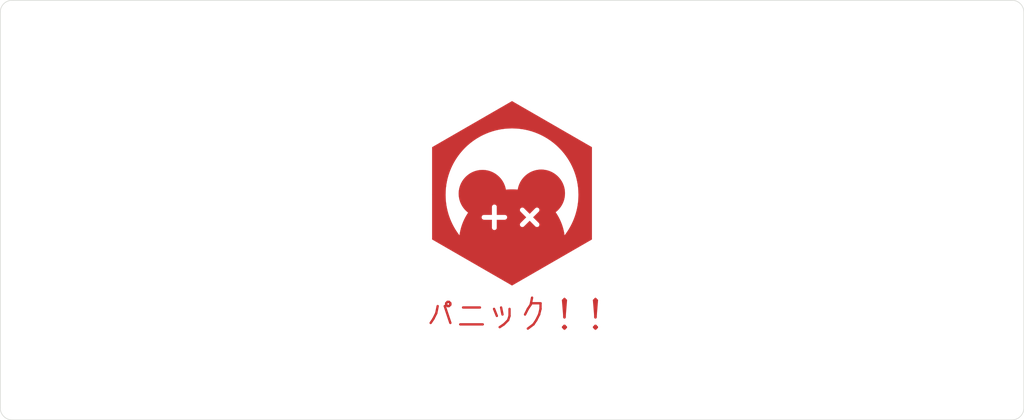
<source format=kicad_pcb>
(kicad_pcb (version 20211014) (generator pcbnew)
  (layers (0 "F.Cu" signal) (31 "B.Cu" signal) (34 "B.Paste" user) (35 "F.Paste" user) (36 "B.SilkS" user "B.Silkscreen") (37 "F.SilkS" user "F.Silkscreen") (38 "B.Mask" user) (39 "F.Mask" user) (44 "Edge.Cuts" user))
  (net 0 "")
  (footprint "MountingHole:MountingHole_2.2mm_M2_ISO7380" (layer "F.Cu") (at 207.999968 74)
    (fp_text reference " " (at 0 -2.75) (layer "F.SilkS"))
    (fp_text value "MountingHole_2.2mm_M2_ISO7380")
    (pad "" np_thru_hole circle locked (at 0 0) (size 2.2 2.2) (drill 2.2) (layers *.Cu *.Mask))
  )
  (footprint "MountingHole:MountingHole_2.2mm_M2_ISO7380" (layer "F.Cu") (at 173.999984 90.999992)
    (fp_text reference " " (at 0 -2.75) (layer "F.SilkS"))
    (fp_text value "MountingHole_2.2mm_M2_ISO7380")
    (pad "" np_thru_hole circle locked (at 0 0) (size 2.2 2.2) (drill 2.2) (layers *.Cu *.Mask))
  )
  (footprint "MountingHole:MountingHole_2.2mm_M2_ISO7380" (layer "F.Cu") (at 106.000016 57.000008)
    (fp_text reference " " (at 0 -2.75) (layer "F.SilkS"))
    (fp_text value "MountingHole_2.2mm_M2_ISO7380")
    (pad "" np_thru_hole circle locked (at 0 0) (size 2.2 2.2) (drill 2.2) (layers *.Cu *.Mask))
  )
  (footprint "MountingHole:MountingHole_2.2mm_M2_ISO7380" (layer "F.Cu") (at 106.000016 90.999992)
    (fp_text reference " " (at 0 -2.75) (layer "F.SilkS"))
    (fp_text value "MountingHole_2.2mm_M2_ISO7380")
    (pad "" np_thru_hole circle locked (at 0 0) (size 2.2 2.2) (drill 2.2) (layers *.Cu *.Mask))
  )
  (footprint "MountingHole:MountingHole_2.2mm_M2_ISO7380" (layer "F.Cu") (at 173.999984 57.000008)
    (fp_text reference " " (at 0 -2.75) (layer "F.SilkS"))
    (fp_text value "MountingHole_2.2mm_M2_ISO7380")
    (pad "" np_thru_hole circle locked (at 0 0) (size 2.2 2.2) (drill 2.2) (layers *.Cu *.Mask))
  )
  (footprint "MountingHole:MountingHole_2.2mm_M2_ISO7380" (layer "F.Cu") (at 72.000032 74)
    (fp_text reference " " (at 0 -2.75) (layer "F.SilkS"))
    (fp_text value "MountingHole_2.2mm_M2_ISO7380")
    (pad "" np_thru_hole circle locked (at 0 0) (size 2.2 2.2) (drill 2.2) (layers *.Cu *.Mask))
  )
  (gr_poly (pts (xy 153.495947 63.365793) (xy 153.495954 78.959768) (xy 139.991175 86.75675) (xy 126.486412 78.959772) (xy 126.486409 71.404874) (xy 128.755045 71.404874) (xy 128.765304 71.889017) (xy 128.795804 72.367949) (xy 128.846132 72.841256) (xy 128.915871 73.308523) (xy 129.004607 73.769336) (xy 129.111925 74.22328) (xy 129.237411 74.66994) (xy 129.380649 75.108901) (xy 129.541226 75.539749) (xy 129.718725 75.962068) (xy 129.912733 76.375444) (xy 130.122834 76.779462) (xy 130.348614 77.173708) (xy 130.589657 77.557766) (xy 130.84555 77.931222) (xy 131.115877 78.293661) (xy 131.154099 78.028897) (xy 131.199999 77.766685) (xy 131.253457 77.507141) (xy 131.314356 77.250385) (xy 131.382578 76.996534) (xy 131.458003 76.745708) (xy 131.540513 76.498025) (xy 131.62999 76.253603) (xy 131.726315 76.012561) (xy 131.829371 75.775016) (xy 131.939039 75.541088) (xy 132.055199 75.310894) (xy 132.102886 75.22281) (xy 134.835394 75.22281) (xy 134.835918 75.244036) (xy 134.837472 75.264992) (xy 134.840033 75.285654) (xy 134.843576 75.305997) (xy 134.848075 75.325995) (xy 134.853507 75.345625) (xy 134.859846 75.364862) (xy 134.867068 75.383681) (xy 134.875148 75.402058) (xy 134.884061 75.419967) (xy 134.893784 75.437385) (xy 134.90429 75.454285) (xy 134.915556 75.470644) (xy 134.927556 75.486438) (xy 134.940267 75.50164) (xy 134.953662 75.516227) (xy 134.967719 75.530174) (xy 134.982411 75.543457) (xy 134.997714 75.55605) (xy 135.013605 75.567928) (xy 135.030056 75.579068) (xy 135.047045 75.589444) (xy 135.064547 75.599033) (xy 135.082536 75.607808) (xy 135.100989 75.615745) (xy 135.11988 75.622821) (xy 135.139184 75.629009) (xy 135.158878 75.634286) (xy 135.178936 75.638626) (xy 135.199333 75.642005) (xy 135.220046 75.644399) (xy 135.241049 75.645782) (xy 135.241049 75.646145) (xy 136.584673 75.646145) (xy 136.584673 76.989765) (xy 136.585031 76.989765) (xy 136.586415 77.010768) (xy 136.588808 77.031481) (xy 136.592188 77.051879) (xy 136.596528 77.071937) (xy 136.601805 77.091631) (xy 136.607993 77.110935) (xy 136.615069 77.129826) (xy 136.623006 77.148279) (xy 136.631781 77.166268) (xy 136.64137 77.18377) (xy 136.651746 77.200759) (xy 136.662886 77.217211) (xy 136.674765 77.233101) (xy 136.687358 77.248404) (xy 136.70064 77.263096) (xy 136.714587 77.277153) (xy 136.729174 77.290548) (xy 136.744377 77.303259) (xy 136.76017 77.315259) (xy 136.77653 77.326525) (xy 136.793431 77.337031) (xy 136.810848 77.346753) (xy 136.828757 77.355666) (xy 136.847134 77.363746) (xy 136.865953 77.370968) (xy 136.88519 77.377307) (xy 136.90482 77.382739) (xy 136.924819 77.387238) (xy 136.945161 77.390781) (xy 136.965823 77.393341) (xy 136.986779 77.394896) (xy 137.008005 77.39542) (xy 137.02923 77.394896) (xy 137.050186 77.393341) (xy 137.070847 77.390781) (xy 137.091189 77.387238) (xy 137.111187 77.382739) (xy 137.130817 77.377307) (xy 137.150053 77.370968) (xy 137.168872 77.363746) (xy 137.187248 77.355666) (xy 137.205157 77.346753) (xy 137.222574 77.337031) (xy 137.239475 77.326525) (xy 137.255834 77.315259) (xy 137.271627 77.303259) (xy 137.286829 77.290548) (xy 137.301416 77.277153) (xy 137.315363 77.263096) (xy 137.328646 77.248404) (xy 137.341238 77.233101) (xy 137.353117 77.217211) (xy 137.364257 77.200759) (xy 137.374633 77.18377) (xy 137.384221 77.166268) (xy 137.392997 77.148279) (xy 137.400934 77.129826) (xy 137.408009 77.110935) (xy 137.414198 77.091631) (xy 137.419475 77.071937) (xy 137.423815 77.051879) (xy 137.427194 77.031481) (xy 137.429588 77.010768) (xy 137.430971 76.989765) (xy 137.431334 76.989765) (xy 137.431334 76.467978) (xy 141.31424 76.467978) (xy 141.315082 76.487765) (xy 141.316845 76.507503) (xy 141.319527 76.527156) (xy 141.323128 76.54669) (xy 141.32765 76.566069) (xy 141.333091 76.58526) (xy 141.339452 76.604226) (xy 141.346732 76.622934) (xy 141.354933 76.641347) (xy 141.364053 76.659432) (xy 141.374093 76.677153) (xy 141.385053 76.694476) (xy 141.396932 76.711365) (xy 141.409732 76.727786) (xy 141.423451 76.743703) (xy 141.438089 76.759082) (xy 141.453468 76.773721) (xy 141.469386 76.78744) (xy 141.485807 76.800239) (xy 141.502696 76.812118) (xy 141.520018 76.823077) (xy 141.53774 76.833117) (xy 141.555825 76.842237) (xy 141.574238 76.850437) (xy 141.592946 76.857718) (xy 141.611913 76.864079) (xy 141.631103 76.86952) (xy 141.650483 76.874041) (xy 141.670017 76.877643) (xy 141.68967 76.880325) (xy 141.709407 76.882087) (xy 141.729194 76.882929) (xy 141.748996 76.882852) (xy 141.768777 76.881854) (xy 141.788502 76.879938) (xy 141.808138 76.877101) (xy 141.827648 76.873345) (xy 141.846998 76.868669) (xy 141.866154 76.863073) (xy 141.885079 76.856557) (xy 141.903739 76.849122) (xy 141.9221 76.840767) (xy 141.940126 76.831492) (xy 141.957783 76.821297) (xy 141.975035 76.810183) (xy 141.991848 76.798149) (xy 142.008186 76.785195) (xy 142.024015 76.771322) (xy 142.024081 76.771387) (xy 142.024145 76.771452) (xy 142.024271 76.771581) (xy 142.974359 75.821499) (xy 143.911943 76.759082) (xy 143.92444 76.771581) (xy 143.924506 76.771517) (xy 143.924571 76.771452) (xy 143.924635 76.771387) (xy 143.924666 76.771354) (xy 143.924696 76.771322) (xy 143.940526 76.785195) (xy 143.956865 76.798149) (xy 143.973678 76.810183) (xy 143.990931 76.821297) (xy 144.008588 76.831492) (xy 144.026614 76.840767) (xy 144.044975 76.849122) (xy 144.063636 76.856557) (xy 144.082562 76.863073) (xy 144.101717 76.868669) (xy 144.121068 76.873345) (xy 144.140578 76.877101) (xy 144.160214 76.879938) (xy 144.179939 76.881854) (xy 144.199721 76.882852) (xy 144.219522 76.882929) (xy 144.239309 76.882087) (xy 144.259046 76.880325) (xy 144.278699 76.877643) (xy 144.298233 76.874041) (xy 144.317613 76.86952) (xy 144.336803 76.864079) (xy 144.35577 76.857718) (xy 144.374477 76.850437) (xy 144.392891 76.842237) (xy 144.410976 76.833117) (xy 144.428697 76.823077) (xy 144.44602 76.812118) (xy 144.462909 76.800239) (xy 144.479329 76.78744) (xy 144.495247 76.773721) (xy 144.510626 76.759082) (xy 144.525264 76.743703) (xy 144.538983 76.727786) (xy 144.551782 76.711365) (xy 144.563661 76.694476) (xy 144.574621 76.677153) (xy 144.584661 76.659432) (xy 144.593781 76.641347) (xy 144.601981 76.622934) (xy 144.609262 76.604226) (xy 144.615623 76.58526) (xy 144.621064 76.566069) (xy 144.625585 76.54669) (xy 144.629187 76.527156) (xy 144.631869 76.507503) (xy 144.633631 76.487765) (xy 144.634473 76.467978) (xy 144.634396 76.448177) (xy 144.633399 76.428396) (xy 144.631482 76.40867) (xy 144.628646 76.389035) (xy 144.624889 76.369525) (xy 144.620213 76.350174) (xy 144.614618 76.331019) (xy 144.608102 76.312094) (xy 144.600667 76.293433) (xy 144.592312 76.275072) (xy 144.583037 76.257046) (xy 144.572843 76.239389) (xy 144.561728 76.222137) (xy 144.549694 76.205324) (xy 144.536741 76.188986) (xy 144.522867 76.173156) (xy 144.523127 76.172897) (xy 144.510626 76.160398) (xy 143.573038 75.222814) (xy 144.510626 74.28523) (xy 144.523127 74.272731) (xy 144.523061 74.272665) (xy 144.522997 74.2726) (xy 144.522932 74.272536) (xy 144.522867 74.272472) (xy 144.536741 74.256643) (xy 144.549694 74.240304) (xy 144.561728 74.223491) (xy 144.572843 74.206239) (xy 144.583037 74.188582) (xy 144.592312 74.170556) (xy 144.600667 74.152195) (xy 144.608102 74.133535) (xy 144.614618 74.114609) (xy 144.620213 74.095454) (xy 144.624889 74.076104) (xy 144.628646 74.056594) (xy 144.631482 74.036958) (xy 144.633399 74.017232) (xy 144.634396 73.997451) (xy 144.634473 73.97765) (xy 144.633631 73.957863) (xy 144.631869 73.938126) (xy 144.629187 73.918473) (xy 144.625585 73.898939) (xy 144.621064 73.879559) (xy 144.615623 73.860369) (xy 144.609262 73.841402) (xy 144.601981 73.822695) (xy 144.593781 73.804281) (xy 144.584661 73.786196) (xy 144.574621 73.768475) (xy 144.563661 73.751152) (xy 144.551782 73.734263) (xy 144.538983 73.717842) (xy 144.525264 73.701925) (xy 144.510626 73.686546) (xy 144.495246 73.671907) (xy 144.479329 73.658188) (xy 144.462908 73.645389) (xy 144.446018 73.633509) (xy 144.428696 73.62255) (xy 144.410974 73.61251) (xy 144.392889 73.603389) (xy 144.374476 73.595189) (xy 144.355768 73.587908) (xy 144.336802 73.581547) (xy 144.317611 73.576106) (xy 144.298231 73.571585) (xy 144.278698 73.567983) (xy 144.259045 73.565301) (xy 144.239307 73.563539) (xy 144.219521 73.562697) (xy 144.199719 73.562774) (xy 144.179938 73.563771) (xy 144.160213 73.565688) (xy 144.140577 73.568524) (xy 144.121067 73.57228) (xy 144.101717 73.576956) (xy 144.082561 73.582552) (xy 144.063636 73.589068) (xy 144.044975 73.596503) (xy 144.026614 73.604858) (xy 144.008587 73.614132) (xy 143.99093 73.624326) (xy 143.973678 73.63544) (xy 143.956865 73.647474) (xy 143.940526 73.660428) (xy 143.924696 73.674301) (xy 143.924569 73.674172) (xy 143.924537 73.67414) (xy 143.924504 73.674107) (xy 143.924471 73.674075) (xy 143.924437 73.674043) (xy 143.912313 73.686176) (xy 143.91222 73.686269) (xy 143.912129 73.686361) (xy 143.911947 73.686546) (xy 142.974359 74.62413) (xy 142.036776 73.686542) (xy 142.024271 73.674043) (xy 142.024015 73.674301) (xy 142.008186 73.660427) (xy 141.991848 73.647474) (xy 141.975035 73.63544) (xy 141.957783 73.624325) (xy 141.940126 73.614131) (xy 141.9221 73.604856) (xy 141.903739 73.596501) (xy 141.885079 73.589066) (xy 141.866154 73.58255) (xy 141.846998 73.576955) (xy 141.827648 73.572279) (xy 141.808138 73.568522) (xy 141.788502 73.565686) (xy 141.768777 73.563769) (xy 141.748996 73.562772) (xy 141.729194 73.562695) (xy 141.709407 73.563537) (xy 141.68967 73.565299) (xy 141.670017 73.567981) (xy 141.650483 73.571583) (xy 141.631103 73.576104) (xy 141.611913 73.581545) (xy 141.592946 73.587906) (xy 141.574238 73.595187) (xy 141.555825 73.603387) (xy 141.53774 73.612507) (xy 141.520018 73.622547) (xy 141.502696 73.633507) (xy 141.485807 73.645386) (xy 141.469386 73.658185) (xy 141.453468 73.671904) (xy 141.438089 73.686542) (xy 141.423451 73.701922) (xy 141.409732 73.717839) (xy 141.396932 73.73426) (xy 141.385053 73.75115) (xy 141.374093 73.768472) (xy 141.364053 73.786194) (xy 141.354933 73.804279) (xy 141.346732 73.822693) (xy 141.339452 73.8414) (xy 141.333091 73.860367) (xy 141.32765 73.879557) (xy 141.323128 73.898937) (xy 141.319527 73.918471) (xy 141.316845 73.938124) (xy 141.315082 73.957861) (xy 141.31424 73.977648) (xy 141.314317 73.99745) (xy 141.315314 74.017231) (xy 141.317231 74.036956) (xy 141.320068 74.056592) (xy 141.323824 74.076102) (xy 141.3285 74.095452) (xy 141.334095 74.114608) (xy 141.340611 74.133533) (xy 141.348046 74.152194) (xy 141.356401 74.170555) (xy 141.365675 74.188581) (xy 141.37587 74.206238) (xy 141.386984 74.22349) (xy 141.399018 74.240304) (xy 141.411971 74.256642) (xy 141.425844 74.272472) (xy 141.425589 74.272728) (xy 141.438089 74.285226) (xy 142.375673 75.222814) (xy 141.425592 76.172897) (xy 141.425844 76.173156) (xy 141.411971 76.188986) (xy 141.399018 76.205324) (xy 141.386984 76.222137) (xy 141.37587 76.239389) (xy 141.365675 76.257046) (xy 141.356401 76.275072) (xy 141.348046 76.293433) (xy 141.340611 76.312094) (xy 141.334095 76.331019) (xy 141.3285 76.350174) (xy 141.323824 76.369525) (xy 141.320068 76.389035) (xy 141.317231 76.40867) (xy 141.315314 76.428396) (xy 141.314317 76.448177) (xy 141.31424 76.467978) (xy 137.431334 76.467978) (xy 137.431334 75.646145) (xy 138.774958 75.646145) (xy 138.774958 75.645782) (xy 138.79596 75.644399) (xy 138.816673 75.642005) (xy 138.837071 75.638626) (xy 138.857129 75.634286) (xy 138.876822 75.629009) (xy 138.896127 75.622821) (xy 138.915018 75.615745) (xy 138.93347 75.607808) (xy 138.951459 75.599033) (xy 138.968961 75.589444) (xy 138.98595 75.579068) (xy 139.002402 75.567928) (xy 139.018292 75.55605) (xy 139.033595 75.543457) (xy 139.048288 75.530174) (xy 139.062344 75.516227) (xy 139.07574 75.50164) (xy 139.08845 75.486438) (xy 139.100451 75.470644) (xy 139.111716 75.454285) (xy 139.122223 75.437385) (xy 139.131945 75.419967) (xy 139.140858 75.402058) (xy 139.148939 75.383681) (xy 139.156161 75.364862) (xy 139.1625 75.345625) (xy 139.167931 75.325995) (xy 139.172431 75.305997) (xy 139.175973 75.285654) (xy 139.178534 75.264992) (xy 139.180089 75.244036) (xy 139.180613 75.22281) (xy 139.180089 75.201585) (xy 139.178534 75.180628) (xy 139.175973 75.159967) (xy 139.172431 75.139624) (xy 139.167931 75.119626) (xy 139.1625 75.099995) (xy 139.156161 75.080758) (xy 139.148939 75.061939) (xy 139.140858 75.043563) (xy 139.131945 75.025654) (xy 139.122223 75.008236) (xy 139.111716 74.991336) (xy 139.100451 74.974976) (xy 139.08845 74.959183) (xy 139.07574 74.943981) (xy 139.062344 74.929393) (xy 139.048288 74.915446) (xy 139.033595 74.902164) (xy 139.018292 74.889571) (xy 139.002402 74.877693) (xy 138.98595 74.866553) (xy 138.968961 74.856176) (xy 138.951459 74.846588) (xy 138.93347 74.837813) (xy 138.915018 74.829875) (xy 138.896127 74.8228) (xy 138.876822 74.816612) (xy 138.857129 74.811335) (xy 138.837071 74.806995) (xy 138.816673 74.803615) (xy 138.79596 74.801222) (xy 138.774958 74.799839) (xy 138.774958 74.79948) (xy 138.757803 74.799484) (xy 137.431334 74.799484) (xy 137.431334 73.455856) (xy 137.430975 73.455856) (xy 137.429592 73.434853) (xy 137.427198 73.414141) (xy 137.423819 73.393743) (xy 137.419478 73.373685) (xy 137.414201 73.353991) (xy 137.408013 73.334687) (xy 137.400937 73.315796) (xy 137.393 73.297343) (xy 137.384224 73.279354) (xy 137.374636 73.261852) (xy 137.36426 73.244863) (xy 137.35312 73.228411) (xy 137.341241 73.212521) (xy 137.328648 73.197217) (xy 137.315365 73.182525) (xy 137.301418 73.168469) (xy 137.286831 73.155073) (xy 137.271628 73.142362) (xy 137.255835 73.130362) (xy 137.239476 73.119096) (xy 137.222575 73.10859) (xy 137.205158 73.098867) (xy 137.187249 73.089954) (xy 137.168873 73.081873) (xy 137.150054 73.074651) (xy 137.130817 73.068312) (xy 137.111187 73.062881) (xy 137.091189 73.058381) (xy 137.070847 73.054839) (xy 137.050186 73.052278) (xy 137.02923 73.050723) (xy 137.008005 73.050199) (xy 136.986779 73.050723) (xy 136.965823 73.052278) (xy 136.945161 73.054839) (xy 136.924819 73.058381) (xy 136.90482 73.062881) (xy 136.88519 73.068312) (xy 136.865953 73.074651) (xy 136.847134 73.081873) (xy 136.828757 73.089954) (xy 136.810848 73.098867) (xy 136.793431 73.10859) (xy 136.77653 73.119096) (xy 136.76017 73.130362) (xy 136.744377 73.142362) (xy 136.729174 73.155073) (xy 136.714587 73.168469) (xy 136.70064 73.182525) (xy 136.687358 73.197217) (xy 136.674765 73.212521) (xy 136.662886 73.228411) (xy 136.651746 73.244863) (xy 136.64137 73.261852) (xy 136.631781 73.279354) (xy 136.623006 73.297343) (xy 136.615069 73.315796) (xy 136.607993 73.334687) (xy 136.601805 73.353991) (xy 136.596528 73.373685) (xy 136.592188 73.393743) (xy 136.588808 73.414141) (xy 136.586415 73.434853) (xy 136.585031 73.455856) (xy 136.584673 73.455856) (xy 136.584673 74.79948) (xy 135.241049 74.79948) (xy 135.241049 74.799843) (xy 135.220046 74.801226) (xy 135.199333 74.803619) (xy 135.178935 74.806999) (xy 135.158877 74.811339) (xy 135.139183 74.816616) (xy 135.119878 74.822804) (xy 135.100987 74.829879) (xy 135.082535 74.837817) (xy 135.064545 74.846592) (xy 135.047044 74.85618) (xy 135.030055 74.866556) (xy 135.013603 74.877696) (xy 134.997713 74.889575) (xy 134.982409 74.902168) (xy 134.967717 74.91545) (xy 134.953661 74.929397) (xy 134.940265 74.943984) (xy 134.927555 74.959186) (xy 134.915555 74.974979) (xy 134.904289 74.991339) (xy 134.893783 75.008239) (xy 134.884061 75.025656) (xy 134.875147 75.043565) (xy 134.867067 75.061942) (xy 134.859845 75.08076) (xy 134.853506 75.099997) (xy 134.848075 75.119627) (xy 134.843576 75.139625) (xy 134.840033 75.159968) (xy 134.837472 75.180629) (xy 134.835918 75.201585) (xy 134.835394 75.22281) (xy 132.102886 75.22281) (xy 132.177735 75.084554) (xy 132.306527 74.862185) (xy 132.441457 74.643906) (xy 132.582407 74.429836) (xy 132.404229 74.287537) (xy 132.234514 74.135541) (xy 132.07368 73.974265) (xy 131.922146 73.804129) (xy 131.780331 73.625549) (xy 131.648652 73.438946) (xy 131.527528 73.244737) (xy 131.417377 73.04334) (xy 131.318619 72.835175) (xy 131.231671 72.620659) (xy 131.156951 72.400211) (xy 131.094879 72.174249) (xy 131.045872 71.943193) (xy 131.010349 71.707459) (xy 130.988728 71.467467) (xy 130.981428 71.223634) (xy 130.981428 71.223635) (xy 130.981428 71.223636) (xy 130.981427 71.223636) (xy 130.981426 71.223636) (xy 130.98665 71.017291) (xy 131.002151 70.813644) (xy 131.027678 70.612946) (xy 131.062978 70.415452) (xy 131.107798 70.221412) (xy 131.161886 70.031081) (xy 131.224988 69.844711) (xy 131.296852 69.662554) (xy 131.377226 69.484864) (xy 131.465856 69.311892) (xy 131.56249 69.143892) (xy 131.666876 68.981117) (xy 131.77876 68.823818) (xy 131.89789 68.672249) (xy 132.024013 68.526663) (xy 132.156876 68.387312) (xy 132.296228 68.254448) (xy 132.441814 68.128325) (xy 132.593383 68.009195) (xy 132.750682 67.897311) (xy 132.913457 67.792926) (xy 133.081457 67.696292) (xy 133.254429 67.607661) (xy 133.432119 67.527288) (xy 133.614276 67.455424) (xy 133.800646 67.392321) (xy 133.990977 67.338234) (xy 134.185016 67.293414) (xy 134.382511 67.258114) (xy 134.583208 67.232587) (xy 134.786855 67.217086) (xy 134.9932 67.211862) (xy 135.178601 67.216077) (xy 135.361848 67.2286) (xy 135.542758 67.249247) (xy 135.721148 67.277836) (xy 135.896835 67.314184) (xy 136.069636 67.358108) (xy 136.239369 67.409425) (xy 136.40585 67.467952) (xy 136.568896 67.533506) (xy 136.728325 67.605904) (xy 136.883954 67.684964) (xy 137.035599 67.770502) (xy 137.183078 67.862335) (xy 137.326208 67.960281) (xy 137.464805 68.064156) (xy 137.598687 68.173778) (xy 137.727671 68.288963) (xy 137.851574 68.409529) (xy 137.970213 68.535293) (xy 138.083406 68.666071) (xy 138.190968 68.801682) (xy 138.292717 68.941941) (xy 138.388471 69.086666) (xy 138.478046 69.235674) (xy 138.56126 69.388783) (xy 138.637929 69.545808) (xy 138.70787 69.706568) (xy 138.770901 69.870879) (xy 138.826839 70.038558) (xy 138.8755 70.209423) (xy 138.916702 70.38329) (xy 138.950262 70.559976) (xy 139.078596 70.546026) (xy 139.207465 70.533894) (xy 139.336856 70.523592) (xy 139.466755 70.515134) (xy 139.59715 70.508532) (xy 139.728028 70.503801) (xy 139.859375 70.500952) (xy 139.991178 70.5) (xy 139.991182 70.5) (xy 140.114089 70.500828) (xy 140.2366 70.503305) (xy 140.358705 70.507421) (xy 140.480393 70.513165) (xy 140.601653 70.520526) (xy 140.722475 70.529495) (xy 140.842849 70.540059) (xy 140.962763 70.55221) (xy 140.994341 70.373081) (xy 141.033757 70.196772) (xy 141.080825 70.023469) (xy 141.135354 69.853361) (xy 141.197158 69.686635) (xy 141.266049 69.52348) (xy 141.341837 69.364084) (xy 141.424336 69.208636) (xy 141.513357 69.057322) (xy 141.608711 68.910331) (xy 141.710212 68.767852) (xy 141.81767 68.630072) (xy 141.930898 68.49718) (xy 142.049708 68.369363) (xy 142.173911 68.24681) (xy 142.303319 68.129709) (xy 142.437745 68.018247) (xy 142.577 67.912613) (xy 142.720896 67.812996) (xy 142.869245 67.719582) (xy 143.021859 67.632561) (xy 143.17855 67.55212) (xy 143.33913 67.478447) (xy 143.50341 67.411731) (xy 143.671203 67.352159) (xy 143.842321 67.29992) (xy 144.016575 67.255202) (xy 144.193777 67.218192) (xy 144.37374 67.18908) (xy 144.556275 67.168052) (xy 144.741194 67.155298) (xy 144.928308 67.151004) (xy 145.134653 67.156228) (xy 145.3383 67.171729) (xy 145.538998 67.197256) (xy 145.736492 67.232556) (xy 145.930531 67.277376) (xy 146.120862 67.331464) (xy 146.307232 67.394566) (xy 146.489389 67.46643) (xy 146.667079 67.546804) (xy 146.84005 67.635434) (xy 147.00805 67.732068) (xy 147.170826 67.836453) (xy 147.328124 67.948337) (xy 147.479693 68.067467) (xy 147.625279 68.19359) (xy 147.764631 68.326454) (xy 147.897494 68.465805) (xy 148.023617 68.611392) (xy 148.142747 68.76296) (xy 148.254631 68.920259) (xy 148.359017 69.083035) (xy 148.455651 69.251034) (xy 148.544281 69.424006) (xy 148.624655 69.601696) (xy 148.696519 69.783853) (xy 148.759621 69.970223) (xy 148.813709 70.160554) (xy 148.858529 70.354594) (xy 148.893829 70.552089) (xy 148.919356 70.752786) (xy 148.934857 70.956434) (xy 148.940081 71.162779) (xy 148.932843 71.405566) (xy 148.911407 71.644548) (xy 148.876184 71.879312) (xy 148.827588 72.109445) (xy 148.766033 72.334534) (xy 148.69193 72.554166) (xy 148.605693 72.767927) (xy 148.507735 72.975405) (xy 148.398469 73.176187) (xy 148.278308 73.369859) (xy 148.147665 73.556009) (xy 148.006953 73.734224) (xy 147.856586 73.904091) (xy 147.696976 74.065196) (xy 147.528536 74.217127) (xy 147.351679 74.35947) (xy 147.497521 74.576586) (xy 147.637129 74.798126) (xy 147.770377 75.023963) (xy 147.897138 75.253973) (xy 148.017286 75.48803) (xy 148.130697 75.726006) (xy 148.237243 75.967776) (xy 148.336799 76.213215) (xy 148.429238 76.462196) (xy 148.514436 76.714593) (xy 148.592265 76.970281) (xy 148.662601 77.229133) (xy 148.725316 77.491023) (xy 148.780286 77.755826) (xy 148.827384 78.023415) (xy 148.866484 78.293665) (xy 149.136811 77.931226) (xy 149.392704 77.55777) (xy 149.633748 77.173711) (xy 149.859528 76.779466) (xy 150.06963 76.375447) (xy 150.263638 75.962071) (xy 150.441137 75.539751) (xy 150.601714 75.108903) (xy 150.744953 74.669942) (xy 150.870439 74.223281) (xy 150.977757 73.769337) (xy 151.066494 73.308524) (xy 151.136233 72.841256) (xy 151.18656 72.367949) (xy 151.217061 71.889017) (xy 151.22732 71.404874) (xy 151.21269 70.826946) (xy 151.169274 70.256571) (xy 151.097778 69.69446) (xy 150.99891 69.141319) (xy 150.873379 68.597855) (xy 150.721891 68.064778) (xy 150.545155 67.542794) (xy 150.343878 67.032611) (xy 150.118769 66.534938) (xy 149.870534 66.050481) (xy 149.599882 65.579948) (xy 149.30752 65.124048) (xy 148.994156 64.683488) (xy 148.660498 64.258975) (xy 148.307254 63.851218) (xy 147.935131 63.460924) (xy 147.544837 63.088801) (xy 147.13708 62.735557) (xy 146.712567 62.401899) (xy 146.272007 62.088536) (xy 145.816107 61.796174) (xy 145.345574 61.525522) (xy 144.861117 61.277287) (xy 144.363444 61.052178) (xy 143.853261 60.850901) (xy 143.331277 60.674166) (xy 142.7982 60.522678) (xy 142.254737 60.397147) (xy 141.701596 60.298279) (xy 141.139485 60.226783) (xy 140.569111 60.183367) (xy 139.991182 60.168737) (xy 139.413254 60.183367) (xy 138.84288 60.226783) (xy 138.280769 60.298279) (xy 137.727628 60.397147) (xy 137.184165 60.522678) (xy 136.651087 60.674166) (xy 136.129103 60.850901) (xy 135.618921 61.052178) (xy 135.121247 61.277287) (xy 134.63679 61.525522) (xy 134.166258 61.796174) (xy 133.710358 62.088536) (xy 133.269797 62.401899) (xy 132.845285 62.735557) (xy 132.437528 63.088801) (xy 132.047234 63.460924) (xy 131.675111 63.851218) (xy 131.321866 64.258975) (xy 130.988208 64.683488) (xy 130.674845 65.124048) (xy 130.382483 65.579948) (xy 130.111831 66.050481) (xy 129.863596 66.534938) (xy 129.638486 67.032611) (xy 129.43721 67.542794) (xy 129.260474 68.064778) (xy 129.108986 68.597855) (xy 128.983455 69.141319) (xy 128.884587 69.69446) (xy 128.813091 70.256571) (xy 128.769674 70.826946) (xy 128.755045 71.404874) (xy 126.486409 71.404874) (xy 126.486406 63.365799) (xy 139.991186 55.568816)) (layer "F.Cu") (width 0.025) (fill solid))
  (gr_arc (start 53.5 40.5) (mid 54.085786 39.085786) (end 55.5 38.5) (layer "Edge.Cuts") (width 0.1))
  (gr_arc (start 224.5 38.5) (mid 225.914214 39.085786) (end 226.5 40.5) (layer "Edge.Cuts") (width 0.1))
  (gr_line (start 224.5 109.5) (end 55.5 109.5) (layer "Edge.Cuts") (width 0.1))
  (gr_arc (start 226.5 107.5) (mid 225.914214 108.914214) (end 224.5 109.5) (layer "Edge.Cuts") (width 0.1))
  (gr_line (start 53.5 107.5) (end 53.5 40.5) (layer "Edge.Cuts") (width 0.1))
  (gr_line (start 55.5 38.5) (end 224.5 38.5) (layer "Edge.Cuts") (width 0.1))
  (gr_line (start 226.5 40.5) (end 226.5 107.5) (layer "Edge.Cuts") (width 0.1))
  (gr_arc (start 55.5 109.5) (mid 54.085786 108.914214) (end 53.5 107.5) (layer "Edge.Cuts") (width 0.1))
  (gr_text "パニック！！" (at 141 92) (layer "F.Cu") (effects (font (size 5 5) (thickness 0.4))))
)
</source>
